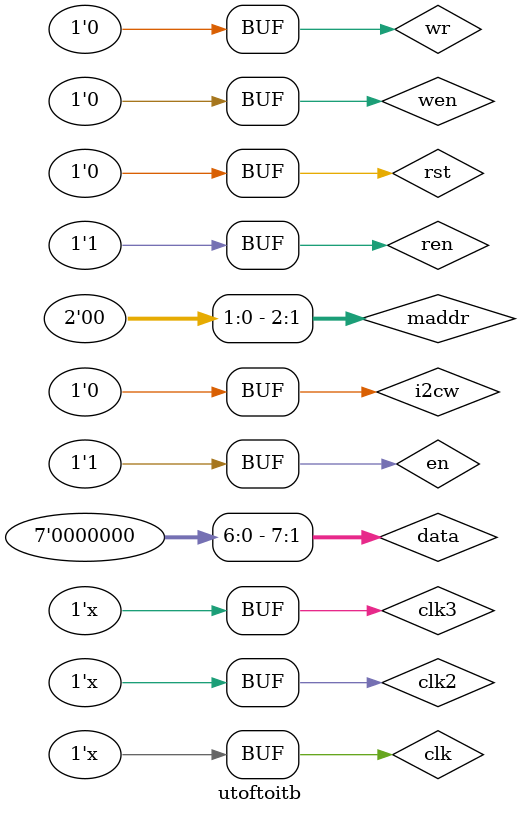
<source format=v>
module utoftoitb();
  reg clk,clk2,clk3,rst,wr,i2cw,en,ren,wen;
  reg [7:0]data;
  reg [2:0]maddr;
  wire[7:0]sdata;
  wire [7:0]i2cout;
  wire [7:0]uo;
  wire Tx;
  wire [7:0]fo;
  wire full;
  wire empty;
  
   uarttofpgatoi2c utfi(data,uo,Tx,fo,maddr,sdata,i2cout,full,empty,rst,clk,clk2,clk3,wr,wen,ren,en,i2cw);
  
 always  #10 clk = ~clk;
 always  #100 clk2 = ~clk2;
 always  #200 clk3 = ~clk3;
 initial
 begin  
  clk=1;
  clk2=1;
  clk3=1;
  rst=1;
  wr = 0;
  #10;
  rst=0;
   
  wr = 1;
  wen = 1;
  en=1;
  i2cw=0;
  ren=0;
  maddr=$random;
  data = $random;
  #4800;
  i2cw=1;
  wr=0;
  wen=0;
  ren=0;
  #200;
  wr=0;
  wen=0;
  ren=1;
  #200;
  i2cw=1;
  #9600;
  i2cw=0;
end
endmodule
</source>
